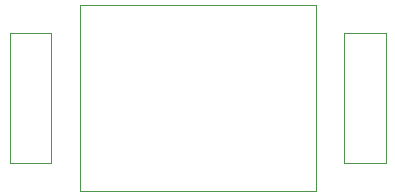
<source format=gbr>
G04 (created by PCBNEW (2013-08-24 BZR 4298)-stable) date Sat 28 Sep 2013 10:24:44 AM PDT*
%MOIN*%
G04 Gerber Fmt 3.4, Leading zero omitted, Abs format*
%FSLAX34Y34*%
G01*
G70*
G90*
G04 APERTURE LIST*
%ADD10C,0.005906*%
%ADD11C,0.003937*%
G04 APERTURE END LIST*
G54D10*
G54D11*
X37047Y-40303D02*
X37047Y-44637D01*
X37047Y-44637D02*
X38425Y-44637D01*
X38425Y-40303D02*
X38425Y-44637D01*
X37047Y-40303D02*
X38425Y-40303D01*
X48188Y-40303D02*
X49566Y-40303D01*
X49566Y-44637D02*
X49566Y-40303D01*
X48188Y-44637D02*
X49566Y-44637D01*
X48188Y-40303D02*
X48188Y-44637D01*
X39370Y-39370D02*
X39370Y-45570D01*
X39370Y-45570D02*
X47244Y-45570D01*
X47244Y-39370D02*
X47244Y-45570D01*
X39370Y-39370D02*
X47244Y-39370D01*
M02*

</source>
